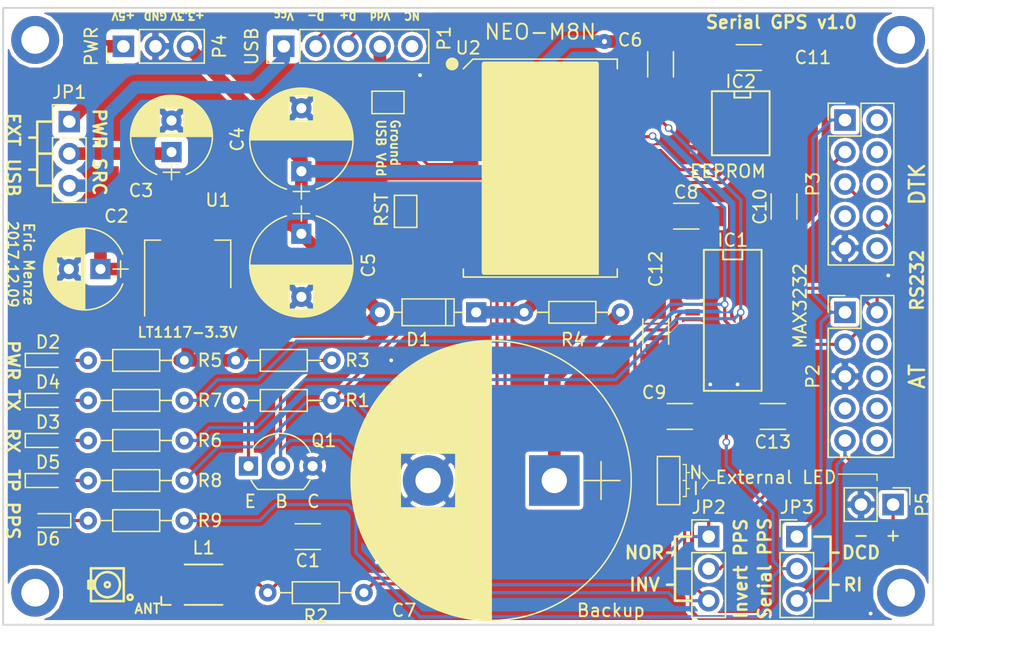
<source format=kicad_pcb>
(kicad_pcb (version 4) (host pcbnew 4.0.4-stable)
  (layers (0 F.Cu signal) (31 B.Cu signal) (34 B.Paste user hide) (35 F.Paste user hide) (36 B.SilkS user) (37 F.SilkS user) (38 B.Mask user) (39 F.Mask user) (44 Edge.Cuts user))
  (net 0 "")
  (net 1 GND)
  (net 2 "Net-(C1-Pad2)")
  (net 3 "Net-(C2-Pad1)")
  (net 4 PWR)
  (net 5 "Net-(C8-Pad1)")
  (net 6 "Net-(C8-Pad2)")
  (net 7 "Net-(C9-Pad1)")
  (net 8 "Net-(C9-Pad2)")
  (net 9 "Net-(C12-Pad1)")
  (net 10 "Net-(C13-Pad2)")
  (net 11 "Net-(D2-Pad2)")
  (net 12 "Net-(D3-Pad2)")
  (net 13 "Net-(D4-Pad2)")
  (net 14 "Net-(D5-Pad2)")
  (net 15 GPS_RxD)
  (net 16 GPS_TxD)
  (net 17 "Net-(IC1-Pad10)")
  (net 18 "Net-(IC1-Pad9)")
  (net 19 "Net-(IC1-Pad8)")
  (net 20 PPS)
  (net 21 SCL)
  (net 22 SDA)
  (net 23 ANT)
  (net 24 +5V)
  (net 25 USB_VCC)
  (net 26 TIMEPULSE)
  (net 27 INVERTED)
  (net 28 USB_D-)
  (net 29 USB_D+)
  (net 30 "Net-(P1-Pad5)")
  (net 31 "Net-(P2-Pad4)")
  (net 32 "Net-(P2-Pad6)")
  (net 33 "Net-(P2-Pad7)")
  (net 34 "Net-(P2-Pad8)")
  (net 35 "Net-(P2-Pad10)")
  (net 36 "Net-(P3-Pad2)")
  (net 37 "Net-(P3-Pad4)")
  (net 38 "Net-(P3-Pad6)")
  (net 39 "Net-(P3-Pad7)")
  (net 40 "Net-(P3-Pad10)")
  (net 41 "Net-(Q1-Pad1)")
  (net 42 "Net-(U2-Pad1)")
  (net 43 "Net-(U2-Pad2)")
  (net 44 "Net-(U2-Pad4)")
  (net 45 "Net-(U2-Pad14)")
  (net 46 "Net-(U2-Pad15)")
  (net 47 "Net-(U2-Pad16)")
  (net 48 "Net-(U2-Pad17)")
  (net 49 "Net-(JP5-Pad1)")
  (net 50 "Net-(JP5-Pad2)")
  (net 51 USB_VDD)
  (net 52 "Net-(D6-Pad1)")
  (net 53 BACKUP)
  (net 54 CHG)
  (net 55 RS232_TX)
  (net 56 RS232_DCD)
  (net 57 RS232_RI)
  (net 58 EXT_LED)
  (net 59 RS232_RX)
  (module Parts:VIA-0.6mm (layer F.Cu) (at 103.886 87.63)
    (fp_text reference "" hide)
    (fp_text value "" hide)
    (pad 1 thru_hole circle (at 0 0) (size 0.6 0.6) (drill 0.3) (layers *.Cu) (net 1 GND))
  )
  (module Parts:VIA-0.6mm (layer F.Cu) (at 101.727 87.63)
    (fp_text reference "" hide)
    (fp_text value "" hide)
    (pad 1 thru_hole circle (at 0 0) (size 0.6 0.6) (drill 0.3) (layers *.Cu) (net 1 GND))
  )
  (module Parts:VIA-0.6mm (layer F.Cu) (at 114.427 105.791)
    (fp_text reference "" hide)
    (fp_text value "" hide)
    (pad 1 thru_hole circle (at 0 0) (size 0.6 0.6) (drill 0.3) (layers *.Cu) (net 1 GND))
  )
  (module Parts:VIA-0.6mm (layer F.Cu) (at 115.824 78.994)
    (fp_text reference "" hide)
    (fp_text value "" hide)
    (pad 1 thru_hole circle (at 0 0) (size 0.6 0.6) (drill 0.3) (layers *.Cu) (net 1 GND))
  )
  (module Parts:VIA-0.6mm (layer F.Cu) (at 78.74 63.119)
    (fp_text reference "" hide)
    (fp_text value "" hide)
    (pad 1 thru_hole circle (at 0 0) (size 0.6 0.6) (drill 0.3) (layers *.Cu) (net 1 GND))
  )
  (module Parts:VIA-0.6mm (layer F.Cu) (at 75.311 101.727)
    (fp_text reference REF** hide)
    (fp_text value VIA-0.6mm hide)
    (pad 1 thru_hole circle (at 0 0) (size 0.6 0.6) (drill 0.3) (layers *.Cu) (net 1 GND))
  )
  (module SMD_Packages:SO-16-N (layer F.Cu) (at 103.505 82.55 270)
    (fp_text reference IC1 (at -6.35 0 360) (layer F.SilkS))
    (fp_text value MAX3232 (at -1.143 -5.334 270) (layer F.SilkS))
    (pad 16 smd rect (at -4.445 -3.175 270) (size 0.508 1.143) (layers F.Cu F.Paste F.Mask) (net 4 PWR))
    (pad 14 smd rect (at -1.905 -3.175 270) (size 0.508 1.143) (layers F.Cu F.Paste F.Mask) (net 55 RS232_TX))
    (pad 13 smd rect (at -0.635 -3.175 270) (size 0.508 1.143) (layers F.Cu F.Paste F.Mask) (net 59 RS232_RX))
    (pad 12 smd rect (at 0.635 -3.175 270) (size 0.508 1.143) (layers F.Cu F.Paste F.Mask) (net 15 GPS_RxD))
    (pad 11 smd rect (at 1.905 -3.175 270) (size 0.508 1.143) (layers F.Cu F.Paste F.Mask) (net 16 GPS_TxD))
    (pad 10 smd rect (at 3.175 -3.175 270) (size 0.508 1.143) (layers F.Cu F.Paste F.Mask) (net 17 "Net-(IC1-Pad10)"))
    (pad 9 smd rect (at 4.445 -3.175 270) (size 0.508 1.143) (layers F.Cu F.Paste F.Mask) (net 18 "Net-(IC1-Pad9)"))
    (pad 8 smd rect (at 4.445 3.175 270) (size 0.508 1.143) (layers F.Cu F.Paste F.Mask) (net 19 "Net-(IC1-Pad8)"))
    (pad 7 smd rect (at 3.175 3.175 270) (size 0.508 1.143) (layers F.Cu F.Paste F.Mask) (net 20 PPS))
    (pad 6 smd rect (at 1.905 3.175 270) (size 0.508 1.143) (layers F.Cu F.Paste F.Mask) (net 10 "Net-(C13-Pad2)"))
    (pad 5 smd rect (at 0.635 3.175 270) (size 0.508 1.143) (layers F.Cu F.Paste F.Mask) (net 8 "Net-(C9-Pad2)"))
    (pad 4 smd rect (at -0.635 3.175 270) (size 0.508 1.143) (layers F.Cu F.Paste F.Mask) (net 7 "Net-(C9-Pad1)"))
    (pad 3 smd rect (at -1.905 3.175 270) (size 0.508 1.143) (layers F.Cu F.Paste F.Mask) (net 6 "Net-(C8-Pad2)"))
    (pad 2 smd rect (at -3.175 3.175 270) (size 0.508 1.143) (layers F.Cu F.Paste F.Mask) (net 9 "Net-(C12-Pad1)"))
    (pad 1 smd rect (at -4.445 3.175 270) (size 0.508 1.143) (layers F.Cu F.Paste F.Mask) (net 5 "Net-(C8-Pad1)"))
    (pad 15 smd rect (at -3.175 -3.175 270) (size 0.508 1.143) (layers F.Cu F.Paste F.Mask) (net 1 GND))
  )
  (module Pin_Headers:Pin_Header_Straight_2x05_Pitch2.54mm (layer F.Cu) (at 112.395 66.675)
    (fp_text reference P3 (at -2.54 5.08 90) (layer F.SilkS))
    (fp_text value DTK (at 5.715 5.08 90) (layer F.SilkS) (effects (font (size 1.2 1.2) (thickness 0.2))))
    (pad 1 thru_hole rect (at 0 0) (size 1.7 1.7) (drill 1) (layers *.Cu *.Mask) (net 56 RS232_DCD))
    (pad 2 thru_hole oval (at 2.54 0) (size 1.7 1.7) (drill 1) (layers *.Cu *.Mask) (net 36 "Net-(P3-Pad2)"))
    (pad 3 thru_hole oval (at 0 2.54) (size 1.7 1.7) (drill 1) (layers *.Cu *.Mask) (net 55 RS232_TX))
    (pad 4 thru_hole oval (at 2.54 2.54) (size 1.7 1.7) (drill 1) (layers *.Cu *.Mask) (net 37 "Net-(P3-Pad4)"))
    (pad 5 thru_hole oval (at 0 5.08) (size 1.7 1.7) (drill 1) (layers *.Cu *.Mask) (net 59 RS232_RX))
    (pad 6 thru_hole oval (at 2.54 5.08) (size 1.7 1.7) (drill 1) (layers *.Cu *.Mask) (net 38 "Net-(P3-Pad6)"))
    (pad 7 thru_hole oval (at 0 7.62) (size 1.7 1.7) (drill 1) (layers *.Cu *.Mask) (net 39 "Net-(P3-Pad7)"))
    (pad 8 thru_hole oval (at 2.54 7.62) (size 1.7 1.7) (drill 1) (layers *.Cu *.Mask) (net 57 RS232_RI))
    (pad 9 thru_hole oval (at 0 10.16) (size 1.7 1.7) (drill 1) (layers *.Cu *.Mask) (net 1 GND))
    (pad 10 thru_hole oval (at 2.54 10.16) (size 1.7 1.7) (drill 1) (layers *.Cu *.Mask) (net 40 "Net-(P3-Pad10)"))
  )
  (module Mounting_Holes:MountingHole_2.2mm_M2_DIN965_Pad (layer F.Cu) (at 116.84 104.14)
    (fp_text reference "" (at 0 -2.9) (layer F.SilkS))
    (fp_text value "")
    (pad 1 thru_hole circle (at 0 0) (size 3.8 3.8) (drill 2.2) (layers *.Cu *.Mask))
  )
  (module Mounting_Holes:MountingHole_2.2mm_M2_DIN965_Pad (layer F.Cu) (at 116.84 60.325)
    (fp_text reference "" (at 0 -2.9) (layer F.SilkS))
    (fp_text value "")
    (pad 1 thru_hole circle (at 0 0) (size 3.8 3.8) (drill 2.2) (layers *.Cu *.Mask))
  )
  (module Mounting_Holes:MountingHole_2.2mm_M2_DIN965_Pad (layer F.Cu) (at 48.26 60.325)
    (fp_text reference "" (at 0 -2.9) (layer F.SilkS))
    (fp_text value "")
    (pad 1 thru_hole circle (at 0 0) (size 3.8 3.8) (drill 2.2) (layers *.Cu *.Mask))
  )
  (module Capacitors_ThroughHole:CP_Radial_D6.3mm_P2.50mm (layer F.Cu) (at 53.427 78.486 180)
    (fp_text reference C2 (at -1.27 4.191 180) (layer F.SilkS))
    (fp_text value 100µF)
    (pad 1 thru_hole rect (at 0 0 180) (size 1.6 1.6) (drill 0.8) (layers *.Cu *.Mask) (net 3 "Net-(C2-Pad1)"))
    (pad 2 thru_hole circle (at 2.5 0 180) (size 1.6 1.6) (drill 0.8) (layers *.Cu *.Mask) (net 1 GND))
  )
  (module Capacitors_ThroughHole:CP_Radial_D6.3mm_P2.50mm (layer F.Cu) (at 59.055 69.215 90)
    (fp_text reference C3 (at -3.048 -2.413 180) (layer F.SilkS))
    (fp_text value 100µF)
    (pad 1 thru_hole rect (at 0 0 90) (size 1.6 1.6) (drill 0.8) (layers *.Cu *.Mask) (net 3 "Net-(C2-Pad1)"))
    (pad 2 thru_hole circle (at 2.5 0 90) (size 1.6 1.6) (drill 0.8) (layers *.Cu *.Mask) (net 1 GND))
  )
  (module Capacitors_ThroughHole:CP_Radial_D22.0mm_P10.00mm_SnapIn (layer F.Cu) (at 89.375 95.25 180)
    (fp_text reference C7 (at 11.905 -10.287 180) (layer F.SilkS))
    (fp_text value Backup (at -4.478 -10.287 180) (layer F.SilkS))
    (pad 1 thru_hole rect (at 0 0 180) (size 4 4) (drill 2) (layers *.Cu *.Mask) (net 53 BACKUP))
    (pad 2 thru_hole circle (at 10 0 180) (size 4 4) (drill 2) (layers *.Cu *.Mask) (net 1 GND))
  )
  (module Diodes_ThroughHole:D_DO-35_SOD27_P7.62mm_Horizontal (layer F.Cu) (at 83.185 81.915 180)
    (fp_text reference D1 (at 4.572 -2.159 180) (layer F.SilkS))
    (fp_text value CHG)
    (pad 1 thru_hole rect (at 0 0 180) (size 1.6 1.6) (drill 0.8) (layers *.Cu *.Mask) (net 54 CHG))
    (pad 2 thru_hole oval (at 7.62 0 180) (size 1.6 1.6) (drill 0.8) (layers *.Cu *.Mask) (net 4 PWR))
  )
  (module SMD_Packages:SOIC-8-N (layer F.Cu) (at 104.14 66.929 270)
    (fp_text reference IC2 (at -3.302 0 360) (layer F.SilkS))
    (fp_text value EEPROM (at 3.81 1.016 360) (layer F.SilkS))
    (pad 8 smd rect (at -1.905 -3.175 270) (size 0.508 1.143) (layers F.Cu F.Paste F.Mask) (net 4 PWR))
    (pad 7 smd rect (at -0.635 -3.175 270) (size 0.508 1.143) (layers F.Cu F.Paste F.Mask) (net 1 GND))
    (pad 6 smd rect (at 0.635 -3.175 270) (size 0.508 1.143) (layers F.Cu F.Paste F.Mask) (net 21 SCL))
    (pad 5 smd rect (at 1.905 -3.175 270) (size 0.508 1.143) (layers F.Cu F.Paste F.Mask) (net 22 SDA))
    (pad 4 smd rect (at 1.905 3.175 270) (size 0.508 1.143) (layers F.Cu F.Paste F.Mask) (net 1 GND))
    (pad 3 smd rect (at 0.635 3.175 270) (size 0.508 1.143) (layers F.Cu F.Paste F.Mask) (net 1 GND))
    (pad 2 smd rect (at -0.635 3.175 270) (size 0.508 1.143) (layers F.Cu F.Paste F.Mask) (net 1 GND))
    (pad 1 smd rect (at -1.905 3.175 270) (size 0.508 1.143) (layers F.Cu F.Paste F.Mask) (net 1 GND))
  )
  (module Parts:U.FL-COAX (layer F.Cu) (at 53.975 103.505 180)
    (fp_text reference J1 hide)
    (fp_text value ANT (at -3.175 -1.905 180) (layer F.SilkS) (effects (font (size 0.762 0.762) (thickness 0.1524))))
    (pad 1 smd rect (at -1.5 0 180) (size 1 1) (layers F.Cu F.Paste F.Mask) (net 23 ANT))
    (pad 2 smd rect (at 0 -1.5 180) (size 2.2 1) (layers F.Cu F.Paste F.Mask) (net 1 GND))
    (pad 3 smd rect (at 0 1.5 180) (size 2.2 1) (layers F.Cu F.Paste F.Mask) (net 1 GND))
  )
  (module Pin_Headers:Pin_Header_Straight_1x03_Pitch2.54mm (layer F.Cu) (at 50.960814 66.797522)
    (fp_text reference JP1 (at 0 -2.33 180) (layer F.SilkS))
    (fp_text value "PWR SRC")
    (pad 1 thru_hole rect (at 0 0) (size 1.7 1.7) (drill 1) (layers *.Cu *.Mask) (net 24 +5V))
    (pad 2 thru_hole oval (at 0 2.54) (size 1.7 1.7) (drill 1) (layers *.Cu *.Mask) (net 3 "Net-(C2-Pad1)"))
    (pad 3 thru_hole oval (at 0 5.08) (size 1.7 1.7) (drill 1) (layers *.Cu *.Mask) (net 25 USB_VCC))
  )
  (module Pin_Headers:Pin_Header_Straight_1x03_Pitch2.54mm (layer F.Cu) (at 101.6 99.695)
    (fp_text reference JP2 (at 0 -2.33) (layer F.SilkS))
    (fp_text value INV_TP)
    (pad 1 thru_hole rect (at 0 0) (size 1.7 1.7) (drill 1) (layers *.Cu *.Mask) (net 26 TIMEPULSE))
    (pad 2 thru_hole oval (at 0 2.54) (size 1.7 1.7) (drill 1) (layers *.Cu *.Mask) (net 17 "Net-(IC1-Pad10)"))
    (pad 3 thru_hole oval (at 0 5.08) (size 1.7 1.7) (drill 1) (layers *.Cu *.Mask) (net 27 INVERTED))
  )
  (module Pin_Headers:Pin_Header_Straight_1x03_Pitch2.54mm (layer F.Cu) (at 108.585 99.695)
    (fp_text reference JP3 (at 0 -2.33) (layer F.SilkS))
    (fp_text value PPS)
    (pad 1 thru_hole rect (at 0 0) (size 1.7 1.7) (drill 1) (layers *.Cu *.Mask) (net 56 RS232_DCD))
    (pad 2 thru_hole oval (at 0 2.54) (size 1.7 1.7) (drill 1) (layers *.Cu *.Mask) (net 20 PPS))
    (pad 3 thru_hole oval (at 0 5.08) (size 1.7 1.7) (drill 1) (layers *.Cu *.Mask) (net 57 RS232_RI))
  )
  (module Inductors:Inductor_1212 (layer F.Cu) (at 61.595 103.505)
    (fp_text reference L1 (at 0 -2.921) (layer F.SilkS))
    (fp_text value 27nH)
    (pad 1 smd rect (at -1.75 0) (size 2.5 2.5) (layers F.Cu F.Paste F.Mask) (net 23 ANT))
    (pad 2 smd rect (at 1.75 0) (size 2.5 2.5) (layers F.Cu F.Paste F.Mask) (net 2 "Net-(C1-Pad2)"))
  )
  (module Pin_Headers:Pin_Header_Straight_1x05_Pitch2.54mm (layer F.Cu) (at 67.945 60.833 90)
    (fp_text reference P1 (at 0.635 12.7 90) (layer F.SilkS))
    (fp_text value USB (at 0 -2.54 90) (layer F.SilkS))
    (pad 1 thru_hole rect (at 0 0 90) (size 1.7 1.7) (drill 1) (layers *.Cu *.Mask) (net 25 USB_VCC))
    (pad 2 thru_hole oval (at 0 2.54 90) (size 1.7 1.7) (drill 1) (layers *.Cu *.Mask) (net 28 USB_D-))
    (pad 3 thru_hole oval (at 0 5.08 90) (size 1.7 1.7) (drill 1) (layers *.Cu *.Mask) (net 29 USB_D+))
    (pad 4 thru_hole oval (at 0 7.62 90) (size 1.7 1.7) (drill 1) (layers *.Cu *.Mask) (net 51 USB_VDD))
    (pad 5 thru_hole oval (at 0 10.16 90) (size 1.7 1.7) (drill 1) (layers *.Cu *.Mask) (net 30 "Net-(P1-Pad5)"))
  )
  (module Pin_Headers:Pin_Header_Straight_2x05_Pitch2.54mm (layer F.Cu) (at 112.395 81.915)
    (fp_text reference P2 (at -2.54 5.08 90) (layer F.SilkS))
    (fp_text value AT (at 5.715 5.08 90) (layer F.SilkS) (effects (font (size 1.2 1.2) (thickness 0.2))))
    (pad 1 thru_hole rect (at 0 0) (size 1.7 1.7) (drill 1) (layers *.Cu *.Mask) (net 56 RS232_DCD))
    (pad 2 thru_hole oval (at 2.54 0) (size 1.7 1.7) (drill 1) (layers *.Cu *.Mask) (net 55 RS232_TX))
    (pad 3 thru_hole oval (at 0 2.54) (size 1.7 1.7) (drill 1) (layers *.Cu *.Mask) (net 59 RS232_RX))
    (pad 4 thru_hole oval (at 2.54 2.54) (size 1.7 1.7) (drill 1) (layers *.Cu *.Mask) (net 31 "Net-(P2-Pad4)"))
    (pad 5 thru_hole oval (at 0 5.08) (size 1.7 1.7) (drill 1) (layers *.Cu *.Mask) (net 1 GND))
    (pad 6 thru_hole oval (at 2.54 5.08) (size 1.7 1.7) (drill 1) (layers *.Cu *.Mask) (net 32 "Net-(P2-Pad6)"))
    (pad 7 thru_hole oval (at 0 7.62) (size 1.7 1.7) (drill 1) (layers *.Cu *.Mask) (net 33 "Net-(P2-Pad7)"))
    (pad 8 thru_hole oval (at 2.54 7.62) (size 1.7 1.7) (drill 1) (layers *.Cu *.Mask) (net 34 "Net-(P2-Pad8)"))
    (pad 9 thru_hole oval (at 0 10.16) (size 1.7 1.7) (drill 1) (layers *.Cu *.Mask) (net 57 RS232_RI))
    (pad 10 thru_hole oval (at 2.54 10.16) (size 1.7 1.7) (drill 1) (layers *.Cu *.Mask) (net 35 "Net-(P2-Pad10)"))
  )
  (module TO_SOT_Packages_THT:TO-92_Inline_Wide (layer F.Cu) (at 65.151 94.107)
    (fp_text reference Q1 (at 5.969 -2.032 180) (layer F.SilkS))
    (fp_text value 2N2222)
    (pad 2 thru_hole circle (at 2.54 0 90) (size 1.52 1.52) (drill 0.8) (layers *.Cu *.Mask) (net 27 INVERTED))
    (pad 3 thru_hole circle (at 5.08 0 90) (size 1.52 1.52) (drill 0.8) (layers *.Cu *.Mask) (net 1 GND))
    (pad 1 thru_hole rect (at 0 0 90) (size 1.52 1.52) (drill 0.8) (layers *.Cu *.Mask) (net 41 "Net-(Q1-Pad1)"))
  )
  (module Resistors_ThroughHole:R_Axial_DIN0204_L3.6mm_D1.6mm_P7.62mm_Horizontal (layer F.Cu) (at 64.135 88.9)
    (fp_text reference R1 (at 9.652 0) (layer F.SilkS))
    (fp_text value 1kΩ)
    (pad 1 thru_hole circle (at 0 0) (size 1.4 1.4) (drill 0.7) (layers *.Cu *.Mask) (net 41 "Net-(Q1-Pad1)"))
    (pad 2 thru_hole oval (at 7.62 0) (size 1.4 1.4) (drill 0.7) (layers *.Cu *.Mask) (net 26 TIMEPULSE))
  )
  (module Resistors_ThroughHole:R_Axial_DIN0204_L3.6mm_D1.6mm_P7.62mm_Horizontal (layer F.Cu) (at 74.295 104.14 180)
    (fp_text reference R2 (at 3.81 -1.86 180) (layer F.SilkS))
    (fp_text value 10Ω)
    (pad 1 thru_hole circle (at 0 0 180) (size 1.4 1.4) (drill 0.7) (layers *.Cu *.Mask) (net 49 "Net-(JP5-Pad1)"))
    (pad 2 thru_hole oval (at 7.62 0 180) (size 1.4 1.4) (drill 0.7) (layers *.Cu *.Mask) (net 2 "Net-(C1-Pad2)"))
  )
  (module Resistors_ThroughHole:R_Axial_DIN0204_L3.6mm_D1.6mm_P7.62mm_Horizontal (layer F.Cu) (at 64.135 85.725)
    (fp_text reference R3 (at 9.652 0) (layer F.SilkS))
    (fp_text value 1kΩ)
    (pad 1 thru_hole circle (at 0 0) (size 1.4 1.4) (drill 0.7) (layers *.Cu *.Mask) (net 4 PWR))
    (pad 2 thru_hole oval (at 7.62 0) (size 1.4 1.4) (drill 0.7) (layers *.Cu *.Mask) (net 27 INVERTED))
  )
  (module Resistors_ThroughHole:R_Axial_DIN0204_L3.6mm_D1.6mm_P7.62mm_Horizontal (layer F.Cu) (at 94.615 81.915 180)
    (fp_text reference R4 (at 3.7465 -2.159 180) (layer F.SilkS))
    (fp_text value 1kΩ)
    (pad 1 thru_hole circle (at 0 0 180) (size 1.4 1.4) (drill 0.7) (layers *.Cu *.Mask) (net 53 BACKUP))
    (pad 2 thru_hole oval (at 7.62 0 180) (size 1.4 1.4) (drill 0.7) (layers *.Cu *.Mask) (net 54 CHG))
  )
  (module Resistors_ThroughHole:R_Axial_DIN0204_L3.6mm_D1.6mm_P7.62mm_Horizontal (layer F.Cu) (at 52.451 85.725)
    (fp_text reference R5 (at 9.652 0) (layer F.SilkS))
    (fp_text value 1kΩ)
    (pad 1 thru_hole circle (at 0 0) (size 1.4 1.4) (drill 0.7) (layers *.Cu *.Mask) (net 11 "Net-(D2-Pad2)"))
    (pad 2 thru_hole oval (at 7.62 0) (size 1.4 1.4) (drill 0.7) (layers *.Cu *.Mask) (net 4 PWR))
  )
  (module Resistors_ThroughHole:R_Axial_DIN0204_L3.6mm_D1.6mm_P7.62mm_Horizontal (layer F.Cu) (at 52.451 92.075)
    (fp_text reference R6 (at 9.652 0) (layer F.SilkS))
    (fp_text value 1kΩ)
    (pad 1 thru_hole circle (at 0 0) (size 1.4 1.4) (drill 0.7) (layers *.Cu *.Mask) (net 12 "Net-(D3-Pad2)"))
    (pad 2 thru_hole oval (at 7.62 0) (size 1.4 1.4) (drill 0.7) (layers *.Cu *.Mask) (net 15 GPS_RxD))
  )
  (module Resistors_ThroughHole:R_Axial_DIN0204_L3.6mm_D1.6mm_P7.62mm_Horizontal (layer F.Cu) (at 52.451 88.9)
    (fp_text reference R7 (at 9.652 0) (layer F.SilkS))
    (fp_text value 1kΩ)
    (pad 1 thru_hole circle (at 0 0) (size 1.4 1.4) (drill 0.7) (layers *.Cu *.Mask) (net 13 "Net-(D4-Pad2)"))
    (pad 2 thru_hole oval (at 7.62 0) (size 1.4 1.4) (drill 0.7) (layers *.Cu *.Mask) (net 16 GPS_TxD))
  )
  (module Resistors_ThroughHole:R_Axial_DIN0204_L3.6mm_D1.6mm_P7.62mm_Horizontal (layer F.Cu) (at 52.451 95.25)
    (fp_text reference R8 (at 9.652 0) (layer F.SilkS))
    (fp_text value 1kΩ)
    (pad 1 thru_hole circle (at 0 0) (size 1.4 1.4) (drill 0.7) (layers *.Cu *.Mask) (net 14 "Net-(D5-Pad2)"))
    (pad 2 thru_hole oval (at 7.62 0) (size 1.4 1.4) (drill 0.7) (layers *.Cu *.Mask) (net 26 TIMEPULSE))
  )
  (module Resistors_ThroughHole:R_Axial_DIN0204_L3.6mm_D1.6mm_P7.62mm_Horizontal (layer F.Cu) (at 52.451 98.425)
    (fp_text reference R9 (at 9.652 0) (layer F.SilkS))
    (fp_text value 1kΩ)
    (pad 1 thru_hole circle (at 0 0) (size 1.4 1.4) (drill 0.7) (layers *.Cu *.Mask) (net 52 "Net-(D6-Pad1)"))
    (pad 2 thru_hole oval (at 7.62 0) (size 1.4 1.4) (drill 0.7) (layers *.Cu *.Mask) (net 20 PPS))
  )
  (module TO_SOT_Packages_SMD:SOT-223-3_TabPin2 (layer F.Cu) (at 60.339 78.105 90)
    (fp_text reference U1 (at 5.08 2.399 360) (layer F.SilkS))
    (fp_text value LM1117-3.3)
    (pad 2 smd rect (at 3.15 0 90) (size 2 3.8) (layers F.Cu F.Paste F.Mask) (net 4 PWR))
    (pad 2 smd rect (at -3.15 0 90) (size 2 1.5) (layers F.Cu F.Paste F.Mask) (net 4 PWR))
    (pad 3 smd rect (at -3.15 2.3 90) (size 2 1.5) (layers F.Cu F.Paste F.Mask) (net 3 "Net-(C2-Pad1)"))
    (pad 1 smd rect (at -3.15 -2.3 90) (size 2 1.5) (layers F.Cu F.Paste F.Mask) (net 1 GND))
  )
  (module MOUDLE-GPS-NEO-6M_24P-16X12.2MM_:GPS24P-SMD-1.1-16X12.2MM (layer F.Cu) (at 88.265 70.485)
    (fp_text reference U2 (at -5.715 -9.525) (layer F.SilkS))
    (fp_text value NEO-M8N (at 0 -10.795) (layer F.SilkS) (effects (font (size 1.2 1.2))))
    (pad 1 smd rect (at -5.904 -6.888 180) (size 2 0.8) (layers F.Cu F.Paste F.Mask) (net 42 "Net-(U2-Pad1)"))
    (pad 2 smd rect (at -5.904 -5.788 180) (size 2 0.8) (layers F.Cu F.Paste F.Mask) (net 43 "Net-(U2-Pad2)"))
    (pad 3 smd rect (at -5.904 -4.688 180) (size 2 0.8) (layers F.Cu F.Paste F.Mask) (net 26 TIMEPULSE))
    (pad 4 smd rect (at -5.904 -3.588 180) (size 2 0.8) (layers F.Cu F.Paste F.Mask) (net 44 "Net-(U2-Pad4)"))
    (pad 5 smd rect (at -5.904 -2.488 180) (size 2 0.8) (layers F.Cu F.Paste F.Mask) (net 28 USB_D-))
    (pad 6 smd rect (at -5.904 -1.388 180) (size 2 0.8) (layers F.Cu F.Paste F.Mask) (net 29 USB_D+))
    (pad 7 smd rect (at -5.904 -0.288 180) (size 2 0.8) (layers F.Cu F.Paste F.Mask) (net 51 USB_VDD))
    (pad 8 smd rect (at -5.904 2.712 180) (size 2 0.8) (layers F.Cu F.Paste F.Mask) (net 50 "Net-(JP5-Pad2)"))
    (pad 9 smd rect (at -5.904 3.812 180) (size 2 0.8) (layers F.Cu F.Paste F.Mask) (net 49 "Net-(JP5-Pad1)"))
    (pad 10 smd rect (at -5.904 4.912 180) (size 2 0.8) (layers F.Cu F.Paste F.Mask) (net 1 GND))
    (pad 11 smd rect (at -5.904 6.012 180) (size 2 0.8) (layers F.Cu F.Paste F.Mask) (net 23 ANT))
    (pad 12 smd rect (at -5.904 7.112 180) (size 2 0.8) (layers F.Cu F.Paste F.Mask) (net 1 GND))
    (pad 13 smd rect (at 5.896 7.112 180) (size 2 0.8) (layers F.Cu F.Paste F.Mask) (net 1 GND))
    (pad 14 smd rect (at 5.896 6.012 180) (size 2 0.8) (layers F.Cu F.Paste F.Mask) (net 45 "Net-(U2-Pad14)"))
    (pad 15 smd rect (at 5.896 4.912 180) (size 2 0.8) (layers F.Cu F.Paste F.Mask) (net 46 "Net-(U2-Pad15)"))
    (pad 16 smd rect (at 5.896 3.812 180) (size 2 0.8) (layers F.Cu F.Paste F.Mask) (net 47 "Net-(U2-Pad16)"))
    (pad 17 smd rect (at 5.896 2.712 180) (size 2 0.8) (layers F.Cu F.Paste F.Mask) (net 48 "Net-(U2-Pad17)"))
    (pad 18 smd rect (at 5.896 -0.288 180) (size 2 0.8) (layers F.Cu F.Paste F.Mask) (net 22 SDA))
    (pad 19 smd rect (at 5.896 -1.388 180) (size 2 0.8) (layers F.Cu F.Paste F.Mask) (net 21 SCL))
    (pad 20 smd rect (at 5.896 -2.488 180) (size 2 0.8) (layers F.Cu F.Paste F.Mask) (net 16 GPS_TxD))
    (pad 21 smd rect (at 5.896 -3.588 180) (size 2 0.8) (layers F.Cu F.Paste F.Mask) (net 15 GPS_RxD))
    (pad 22 smd rect (at 5.896 -4.688 180) (size 2 0.8) (layers F.Cu F.Paste F.Mask) (net 54 CHG))
    (pad 23 smd rect (at 5.896 -5.788 180) (size 2 0.8) (layers F.Cu F.Paste F.Mask) (net 4 PWR))
    (pad 24 smd rect (at 5.896 -6.888 180) (size 2 0.8) (layers F.Cu F.Paste F.Mask) (net 1 GND))
  )
  (module Pin_Headers:Pin_Header_Straight_1x03_Pitch2.54mm (layer F.Cu) (at 55.245 60.833 90)
    (fp_text reference P4 (at 0 7.62 90) (layer F.SilkS))
    (fp_text value PWR (at 0 -2.54 90) (layer F.SilkS))
    (pad 1 thru_hole rect (at 0 0 90) (size 1.7 1.7) (drill 1) (layers *.Cu *.Mask) (net 24 +5V))
    (pad 2 thru_hole oval (at 0 2.54 90) (size 1.7 1.7) (drill 1) (layers *.Cu *.Mask) (net 1 GND))
    (pad 3 thru_hole oval (at 0 5.08 90) (size 1.7 1.7) (drill 1) (layers *.Cu *.Mask) (net 4 PWR))
  )
  (module Mounting_Holes:MountingHole_2.2mm_M2_DIN965_Pad (layer F.Cu) (at 48.26 104.14)
    (fp_text reference "" (at 0 -2.9) (layer F.SilkS))
    (fp_text value "")
    (pad 1 thru_hole circle (at 0 0) (size 3.8 3.8) (drill 2.2) (layers *.Cu *.Mask))
  )
  (module Pin_Headers:Pin_Header_Straight_1x02_Pitch2.54mm (layer F.Cu) (at 116.205 97.155 270)
    (fp_text reference P5 (at 0 -2.33 270) (layer F.SilkS))
    (fp_text value TP)
    (pad 1 thru_hole rect (at 0 0 270) (size 1.7 1.7) (drill 1) (layers *.Cu *.Mask) (net 58 EXT_LED))
    (pad 2 thru_hole oval (at 0 2.54 270) (size 1.7 1.7) (drill 1) (layers *.Cu *.Mask) (net 1 GND))
  )
  (module Connect:GS3 (layer F.Cu) (at 98.425 95.25)
    (fp_text reference JP4)
    (fp_text value EXT_LED)
    (pad 1 smd rect (at 0 -1.27) (size 1.27 0.97) (layers F.Cu F.Paste F.Mask) (net 26 TIMEPULSE))
    (pad 2 smd rect (at 0 0) (size 1.27 0.97) (layers F.Cu F.Paste F.Mask) (net 58 EXT_LED))
    (pad 3 smd rect (at 0 1.27) (size 1.27 0.97) (layers F.Cu F.Paste F.Mask) (net 27 INVERTED))
  )
  (module Connect:GS2 (layer F.Cu) (at 77.597 73.914 180)
    (fp_text reference JP5)
    (fp_text value RST (at 1.905 0.127 270) (layer F.SilkS))
    (pad 1 smd rect (at 0 -0.64 180) (size 1.27 0.97) (layers F.Cu F.Paste F.Mask) (net 49 "Net-(JP5-Pad1)"))
    (pad 2 smd rect (at 0 0.64 180) (size 1.27 0.97) (layers F.Cu F.Paste F.Mask) (net 50 "Net-(JP5-Pad2)"))
  )
  (module Connect:GS2 (layer F.Cu) (at 76.2 65.278 90)
    (fp_text reference JP6 hide)
    (fp_text value "USB GND")
    (pad 1 smd rect (at 0 -0.64 90) (size 1.27 0.97) (layers F.Cu F.Paste F.Mask) (net 51 USB_VDD))
    (pad 2 smd rect (at 0 0.64 90) (size 1.27 0.97) (layers F.Cu F.Paste F.Mask) (net 1 GND))
  )
  (module Parts:VIA-0.6mm (layer F.Cu) (at 76.454 85.725)
    (fp_text reference "" hide)
    (fp_text value "" hide)
    (pad 1 thru_hole circle (at 0 0) (size 0.6 0.6) (drill 0.3) (layers *.Cu) (net 1 GND))
  )
  (module Capacitors_SMD:C_1206_HandSoldering (layer F.Cu) (at 69.85 99.695 180)
    (fp_text reference C1 (at 0 -1.905 180) (layer F.SilkS))
    (fp_text value 10nF)
    (pad 1 smd rect (at -2 0 180) (size 2 1.6) (layers F.Cu F.Paste F.Mask) (net 1 GND))
    (pad 2 smd rect (at 2 0 180) (size 2 1.6) (layers F.Cu F.Paste F.Mask) (net 2 "Net-(C1-Pad2)"))
  )
  (module Capacitors_ThroughHole:CP_Radial_D8.0mm_P5.00mm (layer F.Cu) (at 69.342 70.739 90)
    (fp_text reference C4 (at 2.54 -5.08 90) (layer F.SilkS))
    (fp_text value 1mF)
    (pad 1 thru_hole rect (at 0 0 90) (size 1.6 1.6) (drill 0.8) (layers *.Cu *.Mask) (net 4 PWR))
    (pad 2 thru_hole circle (at 5 0 90) (size 1.6 1.6) (drill 0.8) (layers *.Cu *.Mask) (net 1 GND))
  )
  (module Capacitors_ThroughHole:CP_Radial_D8.0mm_P5.00mm (layer F.Cu) (at 69.342 75.692 270)
    (fp_text reference C5 (at 2.5 -5.31 270) (layer F.SilkS))
    (fp_text value 1mF)
    (pad 1 thru_hole rect (at 0 0 270) (size 1.6 1.6) (drill 0.8) (layers *.Cu *.Mask) (net 4 PWR))
    (pad 2 thru_hole circle (at 5 0 270) (size 1.6 1.6) (drill 0.8) (layers *.Cu *.Mask) (net 1 GND))
  )
  (module Capacitors_SMD:C_1206_HandSoldering (layer F.Cu) (at 97.79 62.262 90)
    (fp_text reference C6 (at 1.937 -2.413 180) (layer F.SilkS))
    (fp_text value 0.1µF)
    (pad 1 smd rect (at -2 0 90) (size 2 1.6) (layers F.Cu F.Paste F.Mask) (net 4 PWR))
    (pad 2 smd rect (at 2 0 90) (size 2 1.6) (layers F.Cu F.Paste F.Mask) (net 1 GND))
  )
  (module Capacitors_SMD:C_1206_HandSoldering (layer F.Cu) (at 99.822 74.295)
    (fp_text reference C8 (at 0 -1.905) (layer F.SilkS))
    (fp_text value 0.1µF)
    (pad 1 smd rect (at -2 0) (size 2 1.6) (layers F.Cu F.Paste F.Mask) (net 5 "Net-(C8-Pad1)"))
    (pad 2 smd rect (at 2 0) (size 2 1.6) (layers F.Cu F.Paste F.Mask) (net 6 "Net-(C8-Pad2)"))
  )
  (module Capacitors_SMD:C_1206_HandSoldering (layer F.Cu) (at 99.314 90.17)
    (fp_text reference C9 (at -2.032 -1.905) (layer F.SilkS))
    (fp_text value 0.1µF)
    (pad 1 smd rect (at -2 0) (size 2 1.6) (layers F.Cu F.Paste F.Mask) (net 7 "Net-(C9-Pad1)"))
    (pad 2 smd rect (at 2 0) (size 2 1.6) (layers F.Cu F.Paste F.Mask) (net 8 "Net-(C9-Pad2)"))
  )
  (module Capacitors_SMD:C_1206_HandSoldering (layer F.Cu) (at 107.569 73.533 90)
    (fp_text reference C10 (at 0 -1.905 90) (layer F.SilkS))
    (fp_text value 0.1µF)
    (pad 1 smd rect (at -2 0 90) (size 2 1.6) (layers F.Cu F.Paste F.Mask) (net 4 PWR))
    (pad 2 smd rect (at 2 0 90) (size 2 1.6) (layers F.Cu F.Paste F.Mask) (net 1 GND))
  )
  (module Capacitors_SMD:C_1206_HandSoldering (layer F.Cu) (at 104.775 61.722 180)
    (fp_text reference C11 (at -5.08 0 180) (layer F.SilkS))
    (fp_text value 0.1µF)
    (pad 1 smd rect (at -2 0 180) (size 2 1.6) (layers F.Cu F.Paste F.Mask) (net 4 PWR))
    (pad 2 smd rect (at 2 0 180) (size 2 1.6) (layers F.Cu F.Paste F.Mask) (net 1 GND))
  )
  (module Capacitors_SMD:C_1206_HandSoldering (layer F.Cu) (at 97.409 83.439 270)
    (fp_text reference C12 (at -4.953 0 270) (layer F.SilkS))
    (fp_text value 0.1µF)
    (pad 1 smd rect (at -2 0 270) (size 2 1.6) (layers F.Cu F.Paste F.Mask) (net 9 "Net-(C12-Pad1)"))
    (pad 2 smd rect (at 2 0 270) (size 2 1.6) (layers F.Cu F.Paste F.Mask) (net 1 GND))
  )
  (module Capacitors_SMD:C_1206_HandSoldering (layer F.Cu) (at 106.68 90.17 180)
    (fp_text reference C13 (at 0 -2.032 180) (layer F.SilkS))
    (fp_text value 0.1µF)
    (pad 1 smd rect (at -2 0 180) (size 2 1.6) (layers F.Cu F.Paste F.Mask) (net 1 GND))
    (pad 2 smd rect (at 2 0 180) (size 2 1.6) (layers F.Cu F.Paste F.Mask) (net 10 "Net-(C13-Pad2)"))
  )
  (module LEDs:LED_0603_HandSoldering (layer F.Cu) (at 49.276 85.725)
    (fp_text reference D2 (at 0 -1.45) (layer F.SilkS))
    (fp_text value PWR)
    (pad 1 smd rect (at -1.1 0) (size 1.2 0.9) (layers F.Cu F.Paste F.Mask) (net 1 GND))
    (pad 2 smd rect (at 1.1 0) (size 1.2 0.9) (layers F.Cu F.Paste F.Mask) (net 11 "Net-(D2-Pad2)"))
  )
  (module LEDs:LED_0603_HandSoldering (layer F.Cu) (at 49.276 92.075)
    (fp_text reference D3 (at 0 -1.45) (layer F.SilkS))
    (fp_text value RX)
    (pad 1 smd rect (at -1.1 0) (size 1.2 0.9) (layers F.Cu F.Paste F.Mask) (net 1 GND))
    (pad 2 smd rect (at 1.1 0) (size 1.2 0.9) (layers F.Cu F.Paste F.Mask) (net 12 "Net-(D3-Pad2)"))
  )
  (module LEDs:LED_0603_HandSoldering (layer F.Cu) (at 49.276 88.9)
    (fp_text reference D4 (at 0 -1.45) (layer F.SilkS))
    (fp_text value TX)
    (pad 1 smd rect (at -1.1 0) (size 1.2 0.9) (layers F.Cu F.Paste F.Mask) (net 1 GND))
    (pad 2 smd rect (at 1.1 0) (size 1.2 0.9) (layers F.Cu F.Paste F.Mask) (net 13 "Net-(D4-Pad2)"))
  )
  (module LEDs:LED_0603_HandSoldering (layer F.Cu) (at 49.276 95.25)
    (fp_text reference D5 (at 0 -1.45) (layer F.SilkS))
    (fp_text value TP)
    (pad 1 smd rect (at -1.1 0) (size 1.2 0.9) (layers F.Cu F.Paste F.Mask) (net 1 GND))
    (pad 2 smd rect (at 1.1 0) (size 1.2 0.9) (layers F.Cu F.Paste F.Mask) (net 14 "Net-(D5-Pad2)"))
  )
  (module LEDs:LED_0603_HandSoldering (layer F.Cu) (at 49.276 98.425 180)
    (fp_text reference D6 (at 0 -1.45 180) (layer F.SilkS))
    (fp_text value PPS)
    (pad 1 smd rect (at -1.1 0 180) (size 1.2 0.9) (layers F.Cu F.Paste F.Mask) (net 52 "Net-(D6-Pad1)"))
    (pad 2 smd rect (at 1.1 0 180) (size 1.2 0.9) (layers F.Cu F.Paste F.Mask) (net 1 GND))
  )
  (gr_text LT1117-3.3V (at 60.325 83.5025) (layer F.SilkS) (effects (font (size 0.8 0.8))))
  (gr_text v1.0 (at 111.76 58.928) (layer F.SilkS) (effects (font (size 1 1) (thickness 0.2))))
  (gr_text "Ground\nUSB Vdd" (at 76.2 66.548 270) (layer F.SilkS) (effects (font (size 0.7 0.7)) (justify left)))
  (gr_text "E  B  C" (at 67.818 96.901) (layer F.SilkS) (effects (font (size 1 1))))
  (gr_line (start 114.935 94.742) (end 114.935 95.25) (layer F.SilkS) (width 0.1))
  (gr_line (start 111.887 94.742) (end 114.935 94.742) (layer F.SilkS) (width 0.1))
  (gr_line (start 101.6 95.25) (end 102.108 95.25) (layer F.SilkS) (width 0.1))
  (gr_text - (at 113.665 99.568) (layer F.SilkS) (effects (font (size 1 1))))
  (gr_text + (at 116.205 99.568) (layer F.SilkS) (effects (font (size 1 1))))
  (gr_line (start 111.252 102.235) (end 109.982 102.235) (layer F.SilkS) (width 0.2))
  (gr_line (start 101.6 95.25) (end 101.092 95.885) (layer F.SilkS) (width 0.1))
  (gr_line (start 101.092 94.615) (end 101.6 95.25) (layer F.SilkS) (width 0.1))
  (gr_line (start 100.076 95.885) (end 99.822 95.885) (layer F.SilkS) (width 0.1))
  (gr_line (start 99.822 94.615) (end 100.076 94.615) (layer F.SilkS) (width 0.1))
  (gr_line (start 99.568 95.25) (end 99.822 95.25) (layer F.SilkS) (width 0.1))
  (gr_line (start 99.822 96.52) (end 99.568 96.52) (layer F.SilkS) (width 0.1))
  (gr_line (start 99.822 93.98) (end 99.822 96.52) (layer F.SilkS) (width 0.1))
  (gr_line (start 99.568 93.98) (end 99.822 93.98) (layer F.SilkS) (width 0.1))
  (gr_text I (at 100.584 95.885) (layer F.SilkS) (effects (font (size 1 1))))
  (gr_text N (at 100.584 94.615) (layer F.SilkS) (effects (font (size 1 1))))
  (gr_text "External LED" (at 106.934 94.996) (layer F.SilkS) (effects (font (size 1 1))))
  (gr_text 2017.12.09 (at 46.482 78.105 270) (layer F.SilkS) (effects (font (size 0.8 0.8))))
  (gr_text "Eric Menze" (at 47.752 78.105 270) (layer F.SilkS) (effects (font (size 0.8 0.8))))
  (gr_text "Serial GPS" (at 105.41 58.928) (layer F.SilkS) (effects (font (size 1 1) (thickness 0.2))))
  (gr_text RS232 (at 118.11 79.375 90) (layer F.SilkS) (effects (font (size 1 1) (thickness 0.2))))
  (gr_text PWR (at 46.482 85.725 270) (layer F.SilkS) (effects (font (size 1 1) (thickness 0.2))))
  (gr_text TP (at 46.482 95.25 270) (layer F.SilkS) (effects (font (size 1 1) (thickness 0.2))))
  (gr_text RX (at 46.482 92.075 270) (layer F.SilkS) (effects (font (size 1 1) (thickness 0.2))))
  (gr_text TX (at 46.482 88.9 270) (layer F.SilkS) (effects (font (size 1 1) (thickness 0.2))))
  (gr_text PPS (at 46.482 98.425 270) (layer F.SilkS) (effects (font (size 1 1) (thickness 0.2))))
  (gr_text "PWR SRC" (at 53.34 69.215 270) (layer F.SilkS) (effects (font (size 1 1) (thickness 0.2))))
  (gr_text EXT (at 46.515814 67.432522 270) (layer F.SilkS) (effects (font (size 1 1) (thickness 0.2))))
  (gr_text USB (at 46.515814 71.242522 270) (layer F.SilkS) (effects (font (size 1 1) (thickness 0.2))))
  (gr_line (start 48.420814 68.067522) (end 47.785814 68.067522) (layer F.SilkS) (width 0.2))
  (gr_line (start 48.420814 70.607522) (end 47.785814 70.607522) (layer F.SilkS) (width 0.2))
  (gr_line (start 48.420814 71.877522) (end 49.690814 71.877522) (layer F.SilkS) (width 0.2))
  (gr_line (start 48.420814 69.337522) (end 48.420814 71.877522) (layer F.SilkS) (width 0.2))
  (gr_line (start 48.420814 69.337522) (end 49.690814 69.337522) (layer F.SilkS) (width 0.2))
  (gr_line (start 48.420814 66.797522) (end 48.420814 69.337522) (layer F.SilkS) (width 0.2))
  (gr_line (start 49.690814 66.797522) (end 48.420814 66.797522) (layer F.SilkS) (width 0.2))
  (gr_text NC (at 78.105 58.42 180) (layer F.SilkS) (effects (font (size 0.6 0.6))))
  (gr_text Vdd (at 75.565 58.42 180) (layer F.SilkS) (effects (font (size 0.6 0.6))))
  (gr_text D+ (at 73.025 58.42 180) (layer F.SilkS) (effects (font (size 0.6 0.6))))
  (gr_text D- (at 70.485 58.42 180) (layer F.SilkS) (effects (font (size 0.6 0.6))))
  (gr_text "Vcc\n" (at 67.945 58.42 180) (layer F.SilkS) (effects (font (size 0.6 0.6))))
  (gr_text GND (at 57.785 58.42 180) (layer F.SilkS) (effects (font (size 0.6 0.6))))
  (gr_text +3.3V (at 60.325 58.42 180) (layer F.SilkS) (effects (font (size 0.6 0.6))))
  (gr_text +5V (at 55.245 58.42 180) (layer F.SilkS) (effects (font (size 0.6 0.6))))
  (gr_text NOR (at 96.52 100.965) (layer F.SilkS) (effects (font (size 1 1) (thickness 0.2))))
  (gr_text INV (at 96.52 103.505) (layer F.SilkS) (effects (font (size 1 1) (thickness 0.2))))
  (gr_line (start 98.933 103.505) (end 98.298 103.505) (layer F.SilkS) (width 0.2))
  (gr_line (start 98.933 100.965) (end 98.298 100.965) (layer F.SilkS) (width 0.2))
  (gr_line (start 98.933 99.695) (end 100.203 99.695) (layer F.SilkS) (width 0.2))
  (gr_line (start 98.933 102.235) (end 98.933 99.695) (layer F.SilkS) (width 0.2))
  (gr_line (start 100.203 102.235) (end 98.933 102.235) (layer F.SilkS) (width 0.2))
  (gr_line (start 98.933 104.775) (end 98.933 102.235) (layer F.SilkS) (width 0.2))
  (gr_line (start 100.203 104.775) (end 98.933 104.775) (layer F.SilkS) (width 0.2))
  (gr_text "Invert PPS" (at 104.14 102.235 90) (layer F.SilkS) (effects (font (size 1 1) (thickness 0.2))))
  (gr_line (start 111.252 103.505) (end 111.887 103.505) (layer F.SilkS) (width 0.2))
  (gr_line (start 111.252 100.965) (end 111.887 100.965) (layer F.SilkS) (width 0.2))
  (gr_line (start 111.252 104.775) (end 109.982 104.775) (layer F.SilkS) (width 0.2))
  (gr_line (start 111.252 102.235) (end 111.252 104.775) (layer F.SilkS) (width 0.2))
  (gr_line (start 111.252 99.695) (end 111.252 102.235) (layer F.SilkS) (width 0.2))
  (gr_line (start 109.982 99.695) (end 111.252 99.695) (layer F.SilkS) (width 0.2))
  (gr_text "Serial PPS" (at 106.045 102.235 90) (layer F.SilkS) (effects (font (size 1 1) (thickness 0.2))))
  (gr_text RI (at 113.03 103.505) (layer F.SilkS) (effects (font (size 1 1) (thickness 0.2))))
  (gr_text DCD (at 113.665 100.965) (layer F.SilkS) (effects (font (size 1 1) (thickness 0.2))))
  (gr_line (start 45.72 106.68) (end 45.72 57.785) (angle 90) (layer Edge.Cuts) (width 0.15))
  (gr_line (start 119.38 106.68) (end 45.72 106.68) (angle 90) (layer Edge.Cuts) (width 0.15))
  (gr_line (start 119.38 57.785) (end 119.38 106.68) (angle 90) (layer Edge.Cuts) (width 0.15))
  (gr_line (start 45.72 57.785) (end 119.38 57.785) (angle 90) (layer Edge.Cuts) (width 0.15))
  (segment (start 68.35 99.695) (end 68.35 102.465) (width 0.25) (layer F.Cu) (net 2))
  (segment (start 68.35 102.465) (end 66.675 104.14) (width 0.25) (layer F.Cu) (net 2))
  (segment (start 63.345 103.505) (end 66.04 103.505) (width 0.25) (layer F.Cu) (net 2))
  (segment (start 66.04 103.505) (end 66.675 104.14) (width 0.25) (layer F.Cu) (net 2))
  (segment (start 50.960814 69.337522) (end 55.88 69.337522) (width 1) (layer F.Cu) (net 3))
  (segment (start 55.88 69.337522) (end 58.932478 69.337522) (width 1) (layer F.Cu) (net 3))
  (segment (start 53.427 78.486) (end 53.427 76.686) (width 1) (layer F.Cu) (net 3))
  (segment (start 53.427 76.686) (end 55.88 74.233) (width 1) (layer F.Cu) (net 3))
  (segment (start 55.88 74.233) (end 55.88 69.337522) (width 1) (layer F.Cu) (net 3))
  (segment (start 53.427 78.486) (end 61.341 78.486) (width 1) (layer F.Cu) (net 3))
  (segment (start 61.341 78.486) (end 62.639 79.784) (width 1) (layer F.Cu) (net 3))
  (segment (start 62.639 79.784) (end 62.639 81.255) (width 1) (layer F.Cu) (net 3))
  (segment (start 58.932478 69.337522) (end 59.055 69.215) (width 1) (layer F.Cu) (net 3))
  (segment (start 97.028 62.611) (end 97.79 63.373) (width 1) (layer F.Cu) (net 4))
  (segment (start 97.79 63.373) (end 97.79 64.262) (width 1) (layer F.Cu) (net 4))
  (segment (start 96.538998 62.611) (end 97.028 62.611) (width 1) (layer F.Cu) (net 4))
  (segment (start 93.345 60.452) (end 94.379998 60.452) (width 1) (layer F.Cu) (net 4))
  (segment (start 94.379998 60.452) (end 96.538998 62.611) (width 1) (layer F.Cu) (net 4))
  (segment (start 90.424 60.452) (end 93.345 60.452) (width 1) (layer B.Cu) (net 4))
  (via (at 93.345 60.452) (size 1.2) (drill 0.4) (layers F.Cu B.Cu) (net 4))
  (segment (start 87.376 63.5) (end 90.424 60.452) (width 1) (layer B.Cu) (net 4))
  (segment (start 87.376 63.627) (end 87.376 63.5) (width 1) (layer B.Cu) (net 4))
  (segment (start 87.376 68.453) (end 87.376 63.627) (width 1) (layer B.Cu) (net 4))
  (segment (start 85.09 70.739) (end 87.376 68.453) (width 1) (layer B.Cu) (net 4))
  (segment (start 69.342 70.739) (end 85.09 70.739) (width 1) (layer B.Cu) (net 4))
  (segment (start 107.569 75.533) (end 108.109 75.533) (width 1) (layer F.Cu) (net 4))
  (segment (start 108.585 63.5) (end 107.188 63.5) (width 1) (layer F.Cu) (net 4))
  (segment (start 108.109 75.533) (end 109.74599 73.89601) (width 1) (layer F.Cu) (net 4))
  (segment (start 109.74599 73.89601) (end 109.74599 64.66099) (width 1) (layer F.Cu) (net 4))
  (segment (start 109.74599 64.66099) (end 108.585 63.5) (width 1) (layer F.Cu) (net 4))
  (segment (start 107.569 77.216) (end 107.569 75.533) (width 1) (layer F.Cu) (net 4))
  (segment (start 106.68 78.105) (end 107.569 77.216) (width 1) (layer F.Cu) (net 4))
  (segment (start 60.325 60.833) (end 69.342 69.85) (width 1) (layer F.Cu) (net 4))
  (segment (start 69.342 69.85) (end 69.342 70.739) (width 1) (layer F.Cu) (net 4))
  (segment (start 107.315 65.024) (end 107.315 63.627) (width 0.69) (layer F.Cu) (net 4))
  (segment (start 107.315 63.627) (end 107.188 63.5) (width 0.69) (layer F.Cu) (net 4))
  (segment (start 106.775 60.674) (end 105.664 59.563) (width 1) (layer F.Cu) (net 4))
  (segment (start 105.664 59.563) (end 100.838 59.563) (width 1) (layer F.Cu) (net 4))
  (segment (start 106.775 61.722) (end 106.775 60.674) (width 1) (layer F.Cu) (net 4))
  (segment (start 100.076 60.325) (end 100.838 59.563) (width 1) (layer F.Cu) (net 4))
  (segment (start 100.076 63.119) (end 100.076 60.325) (width 1) (layer F.Cu) (net 4))
  (segment (start 98.933 64.262) (end 100.076 63.119) (width 1) (layer F.Cu) (net 4))
  (segment (start 97.79 64.262) (end 98.933 64.262) (width 1) (layer F.Cu) (net 4))
  (segment (start 106.775 63.087) (end 106.775 61.722) (width 1) (layer F.Cu) (net 4))
  (segment (start 107.188 63.5) (end 106.775 63.087) (width 1) (layer F.Cu) (net 4))
  (segment (start 96.107001 64.697) (end 97.355 64.697) (width 1) (layer F.Cu) (net 4))
  (segment (start 97.355 64.697) (end 97.79 64.262) (width 1) (layer F.Cu) (net 4))
  (segment (start 66.421 83.439) (end 74.041 83.439) (width 1) (layer F.Cu) (net 4))
  (segment (start 74.041 83.439) (end 75.565 81.915) (width 1) (layer F.Cu) (net 4))
  (segment (start 64.135 85.725) (end 66.421 83.439) (width 1) (layer F.Cu) (net 4))
  (segment (start 69.342 75.692) (end 75.565 81.915) (width 1) (layer F.Cu) (net 4))
  (segment (start 60.339 81.255) (end 60.339 85.457) (width 1) (layer F.Cu) (net 4))
  (segment (start 60.339 85.457) (end 60.071 85.725) (width 1) (layer F.Cu) (net 4))
  (segment (start 69.342 70.612) (end 69.342 70.739) (width 1) (layer B.Cu) (net 4))
  (segment (start 69.342 70.739) (end 69.342 75.692) (width 1) (layer F.Cu) (net 4))
  (segment (start 60.339 74.955) (end 68.605 74.955) (width 1) (layer F.Cu) (net 4))
  (segment (start 68.605 74.955) (end 69.342 75.692) (width 1) (layer F.Cu) (net 4))
  (segment (start 59.69 85.725) (end 63.881 85.725) (width 1) (layer F.Cu) (net 4))
  (segment (start 94.161 64.697) (end 96.107001 64.697) (width 0.69) (layer F.Cu) (net 4))
  (segment (start 97.822 74.295) (end 97.822 75.9145) (width 0.25) (layer F.Cu) (net 5))
  (segment (start 97.822 75.9145) (end 100.0125 78.105) (width 0.25) (layer F.Cu) (net 5))
  (segment (start 100.0125 78.105) (end 100.33 78.105) (width 0.25) (layer F.Cu) (net 5))
  (segment (start 100.33 80.645) (end 100.6475 80.645) (width 0.25) (layer F.Cu) (net 6))
  (segment (start 100.6475 80.645) (end 101.822 79.4705) (width 0.25) (layer F.Cu) (net 6))
  (segment (start 101.822 79.4705) (end 101.822 74.295) (width 0.25) (layer F.Cu) (net 6))
  (segment (start 97.314 90.17) (end 97.314 89.12) (width 0.25) (layer F.Cu) (net 7))
  (segment (start 95.758 87.564) (end 95.758 84.074) (width 0.25) (layer F.Cu) (net 7))
  (segment (start 97.314 89.12) (end 95.758 87.564) (width 0.25) (layer F.Cu) (net 7))
  (segment (start 95.758 84.074) (end 96.52 83.312) (width 0.25) (layer F.Cu) (net 7))
  (segment (start 96.52 83.312) (end 98.552 83.312) (width 0.25) (layer F.Cu) (net 7))
  (segment (start 99.06 82.804) (end 99.06 82.296) (width 0.25) (layer F.Cu) (net 7))
  (segment (start 98.552 83.312) (end 99.06 82.804) (width 0.25) (layer F.Cu) (net 7))
  (segment (start 99.06 82.296) (end 99.441 81.915) (width 0.25) (layer F.Cu) (net 7))
  (segment (start 99.441 81.915) (end 100.33 81.915) (width 0.25) (layer F.Cu) (net 7))
  (segment (start 101.314 90.17) (end 101.314 89.12) (width 0.25) (layer F.Cu) (net 8))
  (segment (start 100.713 88.519) (end 99.695 88.519) (width 0.25) (layer F.Cu) (net 8))
  (segment (start 101.314 89.12) (end 100.713 88.519) (width 0.25) (layer F.Cu) (net 8))
  (segment (start 99.695 88.519) (end 99.06 87.884) (width 0.25) (layer F.Cu) (net 8))
  (segment (start 99.06 87.884) (end 99.06 83.6335) (width 0.25) (layer F.Cu) (net 8))
  (segment (start 99.06 83.6335) (end 99.5085 83.185) (width 0.25) (layer F.Cu) (net 8))
  (segment (start 99.5085 83.185) (end 100.33 83.185) (width 0.25) (layer F.Cu) (net 8))
  (segment (start 97.409 81.439) (end 97.409 80.189) (width 0.25) (layer F.Cu) (net 9))
  (segment (start 97.409 80.189) (end 98.223 79.375) (width 0.25) (layer F.Cu) (net 9))
  (segment (start 98.223 79.375) (end 99.5085 79.375) (width 0.25) (layer F.Cu) (net 9))
  (segment (start 99.5085 79.375) (end 100.33 79.375) (width 0.25) (layer F.Cu) (net 9))
  (segment (start 100.33 84.455) (end 102.235 84.455) (width 0.25) (layer F.Cu) (net 10))
  (segment (start 102.235 84.455) (end 104.68 86.9) (width 0.25) (layer F.Cu) (net 10))
  (segment (start 104.68 86.9) (end 104.68 90.17) (width 0.25) (layer F.Cu) (net 10))
  (segment (start 50.376 85.725) (end 52.451 85.725) (width 0.25) (layer F.Cu) (net 11))
  (segment (start 50.376 92.075) (end 52.451 92.075) (width 0.25) (layer F.Cu) (net 12))
  (segment (start 50.376 88.9) (end 52.451 88.9) (width 0.25) (layer F.Cu) (net 13))
  (segment (start 50.376 95.25) (end 52.451 95.25) (width 0.25) (layer F.Cu) (net 14))
  (segment (start 99.06 82.423) (end 103.632 82.423) (width 0.25) (layer B.Cu) (net 15))
  (segment (start 103.632 82.423) (end 104.14 81.915) (width 0.25) (layer B.Cu) (net 15))
  (segment (start 69.596 87.249) (end 65.786 91.059) (width 0.25) (layer B.Cu) (net 15))
  (segment (start 99.06 82.423) (end 94.234 87.249) (width 0.25) (layer B.Cu) (net 15))
  (segment (start 94.234 87.249) (end 69.596 87.249) (width 0.25) (layer B.Cu) (net 15))
  (segment (start 61.060949 92.075) (end 60.071 92.075) (width 0.25) (layer B.Cu) (net 15))
  (segment (start 65.786 91.059) (end 62.076949 91.059) (width 0.25) (layer B.Cu) (net 15))
  (segment (start 62.076949 91.059) (end 61.060949 92.075) (width 0.25) (layer B.Cu) (net 15))
  (segment (start 104.14 81.915) (end 104.14 73.025) (width 0.25) (layer B.Cu) (net 15))
  (segment (start 104.14 82.55) (end 104.775 83.185) (width 0.25) (layer F.Cu) (net 15))
  (segment (start 104.775 83.185) (end 106.68 83.185) (width 0.25) (layer F.Cu) (net 15))
  (segment (start 104.14 81.915) (end 104.14 82.55) (width 0.25) (layer F.Cu) (net 15))
  (via (at 104.14 81.915) (size 0.6) (drill 0.4) (layers F.Cu B.Cu) (net 15))
  (segment (start 98.425 67.31) (end 104.14 73.025) (width 0.25) (layer B.Cu) (net 15))
  (via (at 98.425 67.31) (size 0.6) (drill 0.4) (layers F.Cu B.Cu) (net 15))
  (segment (start 98.012 66.897) (end 98.425 67.31) (width 0.25) (layer F.Cu) (net 15))
  (segment (start 94.161 66.897) (end 98.012 66.897) (width 0.25) (layer F.Cu) (net 15))
  (segment (start 60.071 88.9) (end 61.060949 88.9) (width 0.25) (layer B.Cu) (net 16))
  (segment (start 61.060949 88.9) (end 62.711949 87.249) (width 0.25) (layer B.Cu) (net 16))
  (segment (start 65.913 87.249) (end 68.961 84.201) (width 0.25) (layer B.Cu) (net 16))
  (segment (start 62.711949 87.249) (end 65.913 87.249) (width 0.25) (layer B.Cu) (net 16))
  (segment (start 68.961 84.201) (end 95.631 84.201) (width 0.25) (layer B.Cu) (net 16))
  (segment (start 95.631 84.201) (end 98.552 81.28) (width 0.25) (layer B.Cu) (net 16))
  (segment (start 98.552 81.28) (end 102.87 81.28) (width 0.25) (layer B.Cu) (net 16))
  (segment (start 60.679949 88.9) (end 59.69 88.9) (width 0.25) (layer B.Cu) (net 16))
  (segment (start 102.87 73.66) (end 102.87 76.835) (width 0.25) (layer B.Cu) (net 16))
  (segment (start 102.87 76.835) (end 102.87 81.28) (width 0.25) (layer B.Cu) (net 16))
  (segment (start 102.87 82.55) (end 104.775 84.455) (width 0.25) (layer F.Cu) (net 16))
  (segment (start 104.775 84.455) (end 106.68 84.455) (width 0.25) (layer F.Cu) (net 16))
  (segment (start 102.87 81.28) (end 102.87 82.55) (width 0.25) (layer F.Cu) (net 16))
  (via (at 102.87 81.28) (size 0.6) (drill 0.4) (layers F.Cu B.Cu) (net 16))
  (segment (start 97.155 67.945) (end 102.87 73.66) (width 0.25) (layer B.Cu) (net 16))
  (segment (start 94.161 67.997) (end 97.103 67.997) (width 0.25) (layer F.Cu) (net 16))
  (segment (start 97.103 67.997) (end 97.155 67.945) (width 0.25) (layer F.Cu) (net 16))
  (via (at 97.155 67.945) (size 0.6) (drill 0.4) (layers F.Cu B.Cu) (net 16))
  (segment (start 106.68 85.725) (end 107.5015 85.725) (width 0.25) (layer F.Cu) (net 17))
  (segment (start 103.378 99.06) (end 103.378 101.346) (width 0.25) (layer F.Cu) (net 17))
  (segment (start 107.5015 85.725) (end 107.95 86.1735) (width 0.25) (layer F.Cu) (net 17))
  (segment (start 107.95 86.1735) (end 107.95 87.884) (width 0.25) (layer F.Cu) (net 17))
  (segment (start 107.95 87.884) (end 106.68 89.154) (width 0.25) (layer F.Cu) (net 17))
  (segment (start 106.68 89.154) (end 106.68 95.758) (width 0.25) (layer F.Cu) (net 17))
  (segment (start 103.378 101.346) (end 102.489 102.235) (width 0.25) (layer F.Cu) (net 17))
  (segment (start 106.68 95.758) (end 103.378 99.06) (width 0.25) (layer F.Cu) (net 17))
  (segment (start 102.489 102.235) (end 101.6 102.235) (width 0.25) (layer F.Cu) (net 17))
  (segment (start 101.6 102.235) (end 102.235 102.235) (width 0.25) (layer F.Cu) (net 17))
  (segment (start 106.68 85.725) (end 106.9975 85.725) (width 0.25) (layer F.Cu) (net 17))
  (segment (start 100.33 85.725) (end 101.6 85.725) (width 0.25) (layer F.Cu) (net 20))
  (segment (start 101.6 85.725) (end 102.997 87.122) (width 0.25) (layer F.Cu) (net 20))
  (segment (start 102.997 87.122) (end 102.997 88.9) (width 0.25) (layer F.Cu) (net 20))
  (segment (start 102.997 88.9) (end 102.997 92.202) (width 0.25) (layer F.Cu) (net 20))
  (segment (start 107.315 102.235) (end 106.68 101.6) (width 0.25) (layer B.Cu) (net 20))
  (segment (start 106.68 101.6) (end 106.68 97.79) (width 0.25) (layer B.Cu) (net 20))
  (segment (start 106.68 97.79) (end 102.997 94.107) (width 0.25) (layer B.Cu) (net 20))
  (segment (start 102.997 94.107) (end 102.997 92.202) (width 0.25) (layer B.Cu) (net 20))
  (segment (start 60.071 98.425) (end 66.04 98.425) (width 0.25) (layer B.Cu) (net 20))
  (segment (start 66.04 98.425) (end 67.31 97.155) (width 0.25) (layer B.Cu) (net 20))
  (segment (start 73.66 97.79) (end 73.66 100.965) (width 0.25) (layer B.Cu) (net 20))
  (segment (start 67.31 97.155) (end 73.025 97.155) (width 0.25) (layer B.Cu) (net 20))
  (segment (start 73.025 97.155) (end 73.66 97.79) (width 0.25) (layer B.Cu) (net 20))
  (segment (start 105.41 106.045) (end 106.68 104.775) (width 0.25) (layer B.Cu) (net 20))
  (segment (start 73.66 100.965) (end 78.74 106.045) (width 0.25) (layer B.Cu) (net 20))
  (segment (start 78.74 106.045) (end 105.41 106.045) (width 0.25) (layer B.Cu) (net 20))
  (segment (start 106.68 104.775) (end 106.68 102.87) (width 0.25) (layer B.Cu) (net 20))
  (segment (start 106.68 102.87) (end 107.315 102.235) (width 0.25) (layer B.Cu) (net 20))
  (segment (start 107.315 102.235) (end 108.585 102.235) (width 0.25) (layer B.Cu) (net 20))
  (via (at 102.997 92.202) (size 0.6) (drill 0.4) (layers F.Cu B.Cu) (net 20))
  (segment (start 105.029 67.564) (end 107.315 67.564) (width 0.25) (layer F.Cu) (net 21))
  (segment (start 101.981 70.612) (end 105.029 67.564) (width 0.25) (layer F.Cu) (net 21))
  (segment (start 99.314 70.612) (end 101.981 70.612) (width 0.25) (layer F.Cu) (net 21))
  (segment (start 97.799 69.097) (end 99.314 70.612) (width 0.25) (layer F.Cu) (net 21))
  (segment (start 94.161 69.097) (end 97.799 69.097) (width 0.25) (layer F.Cu) (net 21))
  (segment (start 105.41 68.834) (end 107.315 68.834) (width 0.25) (layer F.Cu) (net 22))
  (segment (start 102.616 71.628) (end 105.41 68.834) (width 0.25) (layer F.Cu) (net 22))
  (segment (start 98.933 71.628) (end 102.616 71.628) (width 0.25) (layer F.Cu) (net 22))
  (segment (start 97.502 70.197) (end 98.933 71.628) (width 0.25) (layer F.Cu) (net 22))
  (segment (start 94.161 70.197) (end 97.502 70.197) (width 0.25) (layer F.Cu) (net 22))
  (segment (start 59.845 103.505) (end 59.845 105.005) (width 0.25) (layer F.Cu) (net 23))
  (segment (start 59.845 105.005) (end 60.670001 105.830001) (width 0.25) (layer F.Cu) (net 23))
  (segment (start 60.670001 105.830001) (end 68.794999 105.830001) (width 0.25) (layer F.Cu) (net 23))
  (segment (start 68.794999 105.830001) (end 71.635009 102.989991) (width 0.25) (layer F.Cu) (net 23))
  (segment (start 71.635009 102.989991) (end 77.858599 102.989991) (width 0.25) (layer F.Cu) (net 23))
  (segment (start 77.858599 102.989991) (end 84.836 96.01259) (width 0.25) (layer F.Cu) (net 23))
  (segment (start 84.836 96.01259) (end 84.836 77.47) (width 0.25) (layer F.Cu) (net 23))
  (segment (start 84.836 77.47) (end 83.863 76.497) (width 0.25) (layer F.Cu) (net 23))
  (segment (start 83.863 76.497) (end 82.361 76.497) (width 0.25) (layer F.Cu) (net 23))
  (segment (start 55.475 103.505) (end 59.845 103.505) (width 0.25) (layer F.Cu) (net 23))
  (segment (start 53.086 60.833) (end 55.245 60.833) (width 1) (layer F.Cu) (net 24))
  (segment (start 52.07 61.849) (end 53.086 60.833) (width 1) (layer F.Cu) (net 24))
  (segment (start 52.07 65.688336) (end 52.07 61.849) (width 1) (layer F.Cu) (net 24))
  (segment (start 52.07 65.688336) (end 50.960814 66.797522) (width 1) (layer F.Cu) (net 24))
  (segment (start 50.960814 71.877522) (end 52.582478 71.877522) (width 1) (layer B.Cu) (net 25))
  (segment (start 65.7225 64.0715) (end 67.945 61.849) (width 1) (layer B.Cu) (net 25))
  (segment (start 56.1975 64.0715) (end 65.7225 64.0715) (width 1) (layer B.Cu) (net 25))
  (segment (start 67.945 61.849) (end 67.945 60.833) (width 1) (layer B.Cu) (net 25))
  (segment (start 53.975 66.294) (end 56.1975 64.0715) (width 1) (layer B.Cu) (net 25))
  (segment (start 53.975 70.485) (end 53.975 66.294) (width 1) (layer B.Cu) (net 25))
  (segment (start 52.582478 71.877522) (end 53.975 70.485) (width 1) (layer B.Cu) (net 25))
  (segment (start 82.361 65.797) (end 83.831 65.797) (width 0.25) (layer F.Cu) (net 26))
  (segment (start 83.831 65.797) (end 84.963 66.929) (width 0.25) (layer F.Cu) (net 26))
  (segment (start 84.963 66.929) (end 84.963 70.993) (width 0.25) (layer F.Cu) (net 26))
  (segment (start 84.963 70.993) (end 84.074 71.882) (width 0.25) (layer F.Cu) (net 26))
  (segment (start 78.105 82.55) (end 77.343 83.312) (width 0.25) (layer F.Cu) (net 26))
  (segment (start 84.074 71.882) (end 76.327 71.882) (width 0.25) (layer F.Cu) (net 26))
  (segment (start 77.343 83.312) (end 71.755 88.9) (width 0.25) (layer F.Cu) (net 26))
  (segment (start 76.327 71.882) (end 75.692 72.517) (width 0.25) (layer F.Cu) (net 26))
  (segment (start 75.692 72.517) (end 75.692 78.486) (width 0.25) (layer F.Cu) (net 26))
  (segment (start 75.692 78.486) (end 78.105 80.899) (width 0.25) (layer F.Cu) (net 26))
  (segment (start 78.105 80.899) (end 78.105 82.55) (width 0.25) (layer F.Cu) (net 26))
  (segment (start 60.071 95.25) (end 62.738 92.583) (width 0.25) (layer B.Cu) (net 26))
  (segment (start 66.167 92.583) (end 69.85 88.9) (width 0.25) (layer B.Cu) (net 26))
  (segment (start 62.738 92.583) (end 66.167 92.583) (width 0.25) (layer B.Cu) (net 26))
  (segment (start 69.85 88.9) (end 71.755 88.9) (width 0.25) (layer B.Cu) (net 26))
  (segment (start 101.6 99.695) (end 99.695 99.695) (width 0.25) (layer B.Cu) (net 26))
  (segment (start 99.695 99.695) (end 95.885 103.505) (width 0.25) (layer B.Cu) (net 26))
  (segment (start 95.885 103.505) (end 79.37359 103.505) (width 0.25) (layer B.Cu) (net 26))
  (segment (start 73.533 88.9) (end 71.12 88.9) (width 0.25) (layer B.Cu) (net 26))
  (segment (start 79.37359 103.505) (end 75.114991 99.246401) (width 0.25) (layer B.Cu) (net 26))
  (segment (start 75.114991 99.246401) (end 75.11499 90.48199) (width 0.25) (layer B.Cu) (net 26))
  (segment (start 75.11499 90.48199) (end 73.533 88.9) (width 0.25) (layer B.Cu) (net 26))
  (segment (start 98.425 93.98) (end 99.31 93.98) (width 0.25) (layer F.Cu) (net 26))
  (segment (start 99.31 93.98) (end 101.6 96.27) (width 0.25) (layer F.Cu) (net 26))
  (segment (start 101.6 96.27) (end 101.6 98.595) (width 0.25) (layer F.Cu) (net 26))
  (segment (start 101.6 98.595) (end 101.6 99.695) (width 0.25) (layer F.Cu) (net 26))
  (segment (start 67.691 94.107) (end 67.691 92.837) (width 0.25) (layer B.Cu) (net 27))
  (segment (start 67.691 92.837) (end 68.453 92.075) (width 0.25) (layer B.Cu) (net 27))
  (segment (start 74.295 99.695) (end 78.74 104.14) (width 0.25) (layer B.Cu) (net 27))
  (segment (start 68.453 92.075) (end 72.39 92.075) (width 0.25) (layer B.Cu) (net 27))
  (segment (start 98.425 104.14) (end 99.06 104.775) (width 0.25) (layer B.Cu) (net 27))
  (segment (start 72.39 92.075) (end 74.295 93.98) (width 0.25) (layer B.Cu) (net 27))
  (segment (start 74.295 93.98) (end 74.295 99.695) (width 0.25) (layer B.Cu) (net 27))
  (segment (start 78.74 104.14) (end 98.425 104.14) (width 0.25) (layer B.Cu) (net 27))
  (segment (start 99.06 104.775) (end 101.6 104.775) (width 0.25) (layer B.Cu) (net 27))
  (segment (start 67.691 94.107) (end 67.691 88.392) (width 0.25) (layer F.Cu) (net 27))
  (segment (start 67.691 88.392) (end 70.358 85.725) (width 0.25) (layer F.Cu) (net 27))
  (segment (start 70.358 85.725) (end 71.755 85.725) (width 0.25) (layer F.Cu) (net 27))
  (segment (start 99.695 99.06) (end 99.695 102.87) (width 0.25) (layer F.Cu) (net 27))
  (segment (start 99.695 102.87) (end 101.6 104.775) (width 0.25) (layer F.Cu) (net 27))
  (segment (start 98.425 97.79) (end 99.695 99.06) (width 0.25) (layer F.Cu) (net 27))
  (segment (start 98.425 96.52) (end 98.425 97.79) (width 0.25) (layer F.Cu) (net 27))
  (segment (start 70.485 60.325) (end 72.517 58.293) (width 0.25) (layer F.Cu) (net 28))
  (segment (start 72.517 58.293) (end 79.248 58.293) (width 0.25) (layer F.Cu) (net 28))
  (segment (start 79.248 58.293) (end 80.391 59.436) (width 0.25) (layer F.Cu) (net 28))
  (segment (start 80.391 59.436) (end 80.391 67.564) (width 0.25) (layer F.Cu) (net 28))
  (segment (start 80.391 67.564) (end 80.824 67.997) (width 0.25) (layer F.Cu) (net 28))
  (segment (start 80.824 67.997) (end 82.361 67.997) (width 0.25) (layer F.Cu) (net 28))
  (segment (start 79.756 68.326) (end 80.527 69.097) (width 0.25) (layer F.Cu) (net 29))
  (segment (start 80.527 69.097) (end 82.361 69.097) (width 0.25) (layer F.Cu) (net 29))
  (segment (start 79.756 59.69) (end 79.756 68.326) (width 0.25) (layer F.Cu) (net 29))
  (segment (start 78.915999 58.849999) (end 79.756 59.69) (width 0.25) (layer F.Cu) (net 29))
  (segment (start 73.025 60.325) (end 74.500001 58.849999) (width 0.25) (layer F.Cu) (net 29))
  (segment (start 74.500001 58.849999) (end 78.915999 58.849999) (width 0.25) (layer F.Cu) (net 29))
  (segment (start 65.151 89.916) (end 65.151 94.107) (width 0.25) (layer F.Cu) (net 41))
  (segment (start 64.135 88.9) (end 65.151 89.916) (width 0.25) (layer F.Cu) (net 41))
  (segment (start 81.109 74.295) (end 77.856 74.295) (width 0.25) (layer F.Cu) (net 49))
  (segment (start 77.79301 74.35799) (end 77.79301 74.554) (width 0.25) (layer F.Cu) (net 49))
  (segment (start 77.856 74.295) (end 77.79301 74.35799) (width 0.25) (layer F.Cu) (net 49))
  (segment (start 82.361 74.297) (end 81.111 74.297) (width 0.25) (layer F.Cu) (net 49))
  (segment (start 81.111 74.297) (end 81.109 74.295) (width 0.25) (layer F.Cu) (net 49))
  (segment (start 74.295 104.14) (end 74.994999 103.440001) (width 0.25) (layer F.Cu) (net 49))
  (segment (start 74.994999 103.440001) (end 78.045 103.44) (width 0.25) (layer F.Cu) (net 49))
  (segment (start 78.045 103.44) (end 85.471 96.014) (width 0.25) (layer F.Cu) (net 49))
  (segment (start 85.471 96.014) (end 85.471 95.801) (width 0.25) (layer F.Cu) (net 49))
  (segment (start 85.471 95.801) (end 85.471 75.438) (width 0.25) (layer F.Cu) (net 49))
  (segment (start 85.471 75.438) (end 84.33 74.297) (width 0.25) (layer F.Cu) (net 49))
  (segment (start 84.33 74.297) (end 82.361 74.297) (width 0.25) (layer F.Cu) (net 49))
  (segment (start 82.361 73.197) (end 77.87001 73.197) (width 0.25) (layer F.Cu) (net 50))
  (segment (start 77.87001 73.197) (end 77.79301 73.274) (width 0.25) (layer F.Cu) (net 50))
  (segment (start 82.361 73.197) (end 82.961 73.197) (width 0.25) (layer F.Cu) (net 50))
  (segment (start 75.56 65.278) (end 75.56 60.838) (width 1) (layer F.Cu) (net 51))
  (segment (start 75.56 60.838) (end 75.565 60.833) (width 1) (layer F.Cu) (net 51))
  (segment (start 78.359 69.215) (end 79.341 70.197) (width 0.25) (layer F.Cu) (net 51))
  (segment (start 79.341 70.197) (end 82.361 70.197) (width 0.25) (layer F.Cu) (net 51))
  (segment (start 78.359 64.321081) (end 78.359 69.215) (width 0.25) (layer F.Cu) (net 51))
  (segment (start 75.565 60.325) (end 75.565 61.527081) (width 0.25) (layer F.Cu) (net 51))
  (segment (start 75.565 61.527081) (end 78.359 64.321081) (width 0.25) (layer F.Cu) (net 51))
  (segment (start 52.451 98.425) (end 50.376 98.425) (width 0.25) (layer F.Cu) (net 52))
  (segment (start 89.375 95.25) (end 89.375 87.155) (width 1) (layer F.Cu) (net 53))
  (segment (start 89.375 87.155) (end 90.17 86.36) (width 1) (layer F.Cu) (net 53))
  (segment (start 90.17 86.36) (end 94.615 81.915) (width 1) (layer F.Cu) (net 53))
  (segment (start 83.185 81.915) (end 86.995 81.915) (width 1) (layer B.Cu) (net 54))
  (segment (start 94.161 65.797) (end 92.34 65.797) (width 0.69) (layer F.Cu) (net 54))
  (segment (start 92.34 65.797) (end 92.329 65.786) (width 0.69) (layer F.Cu) (net 54))
  (segment (start 90.297 65.786) (end 92.329 65.786) (width 1) (layer F.Cu) (net 54))
  (segment (start 88.9 67.183) (end 90.297 65.786) (width 1) (layer F.Cu) (net 54))
  (segment (start 88.9 80.01) (end 88.9 67.183) (width 1) (layer F.Cu) (net 54))
  (segment (start 86.995 81.915) (end 88.9 80.01) (width 1) (layer F.Cu) (net 54))
  (segment (start 114.935 81.915) (end 114.935 80.712919) (width 0.25) (layer F.Cu) (net 55))
  (segment (start 114.935 80.712919) (end 113.597081 79.375) (width 0.25) (layer F.Cu) (net 55))
  (segment (start 113.597081 79.375) (end 111.76 79.375) (width 0.25) (layer F.Cu) (net 55))
  (segment (start 111.76 79.375) (end 110.871 78.486) (width 0.25) (layer F.Cu) (net 55))
  (segment (start 110.871 78.486) (end 110.871 70.739) (width 0.25) (layer F.Cu) (net 55))
  (segment (start 110.871 70.739) (end 112.395 69.215) (width 0.25) (layer F.Cu) (net 55))
  (segment (start 106.68 80.645) (end 107.95 80.645) (width 0.25) (layer F.Cu) (net 55))
  (segment (start 107.95 80.645) (end 108.585 80.01) (width 0.25) (layer F.Cu) (net 55))
  (segment (start 108.585 80.01) (end 113.03 80.01) (width 0.25) (layer F.Cu) (net 55))
  (segment (start 113.03 80.01) (end 114.935 81.915) (width 0.25) (layer F.Cu) (net 55))
  (segment (start 106.68 80.645) (end 106.9975 80.645) (width 0.25) (layer F.Cu) (net 55))
  (segment (start 110.49 97.79) (end 108.585 99.695) (width 0.25) (layer B.Cu) (net 56))
  (segment (start 110.49 95.885) (end 110.49 82.72) (width 0.25) (layer B.Cu) (net 56))
  (segment (start 110.49 96.055) (end 110.49 95.885) (width 0.25) (layer B.Cu) (net 56))
  (segment (start 110.49 95.885) (end 110.49 97.79) (width 0.25) (layer B.Cu) (net 56))
  (segment (start 109.855 80.475) (end 109.855 68.115) (width 0.25) (layer B.Cu) (net 56))
  (segment (start 109.855 68.115) (end 111.295 66.675) (width 0.25) (layer B.Cu) (net 56))
  (segment (start 111.295 66.675) (end 112.395 66.675) (width 0.25) (layer B.Cu) (net 56))
  (segment (start 111.295 81.915) (end 109.855 80.475) (width 0.25) (layer B.Cu) (net 56))
  (segment (start 110.49 82.72) (end 111.295 81.915) (width 0.25) (layer B.Cu) (net 56))
  (segment (start 111.295 81.915) (end 112.395 81.915) (width 0.25) (layer B.Cu) (net 56))
  (segment (start 111.76 93.98) (end 112.395 93.345) (width 0.25) (layer B.Cu) (net 57))
  (segment (start 112.395 93.345) (end 112.395 92.075) (width 0.25) (layer B.Cu) (net 57))
  (segment (start 111.76 101.6) (end 111.76 93.98) (width 0.25) (layer B.Cu) (net 57))
  (segment (start 108.585 104.775) (end 111.76 101.6) (width 0.25) (layer B.Cu) (net 57))
  (segment (start 116.84 93.345) (end 116.84 76.2) (width 0.25) (layer F.Cu) (net 57))
  (segment (start 112.395 93.277081) (end 113.097919 93.98) (width 0.25) (layer F.Cu) (net 57))
  (segment (start 112.395 92.075) (end 112.395 93.277081) (width 0.25) (layer F.Cu) (net 57))
  (segment (start 113.097919 93.98) (end 116.205 93.98) (width 0.25) (layer F.Cu) (net 57))
  (segment (start 116.205 93.98) (end 116.84 93.345) (width 0.25) (layer F.Cu) (net 57))
  (segment (start 116.84 76.2) (end 114.935 74.295) (width 0.25) (layer F.Cu) (net 57))
  (segment (start 97.54 95.25) (end 97.028 95.762) (width 0.25) (layer F.Cu) (net 58))
  (segment (start 99.06 103.124) (end 99.06 99.441) (width 0.25) (layer F.Cu) (net 58))
  (segment (start 100.203 105.537) (end 100.203 104.267) (width 0.25) (layer F.Cu) (net 58))
  (segment (start 116.205 97.155) (end 116.205 100.965) (width 0.25) (layer F.Cu) (net 58))
  (segment (start 116.205 100.965) (end 114.3 102.87) (width 0.25) (layer F.Cu) (net 58))
  (segment (start 114.3 102.87) (end 114.3 104.775) (width 0.25) (layer F.Cu) (net 58))
  (segment (start 114.3 104.775) (end 112.903 106.172) (width 0.25) (layer F.Cu) (net 58))
  (segment (start 112.903 106.172) (end 100.838 106.172) (width 0.25) (layer F.Cu) (net 58))
  (segment (start 100.838 106.172) (end 100.203 105.537) (width 0.25) (layer F.Cu) (net 58))
  (segment (start 100.203 104.267) (end 99.06 103.124) (width 0.25) (layer F.Cu) (net 58))
  (segment (start 99.06 99.441) (end 97.028 97.409) (width 0.25) (layer F.Cu) (net 58))
  (segment (start 97.028 97.409) (end 97.028 95.762) (width 0.25) (layer F.Cu) (net 58))
  (segment (start 98.425 95.25) (end 97.54 95.25) (width 0.25) (layer F.Cu) (net 58))
  (segment (start 109.855 84.455) (end 112.395 84.455) (width 0.25) (layer F.Cu) (net 59))
  (segment (start 112.395 84.455) (end 113.665 83.185) (width 0.25) (layer F.Cu) (net 59))
  (segment (start 113.665 83.185) (end 115.57 83.185) (width 0.25) (layer F.Cu) (net 59))
  (segment (start 115.57 83.185) (end 116.205 82.55) (width 0.25) (layer F.Cu) (net 59))
  (segment (start 116.205 82.55) (end 116.205 80.645) (width 0.25) (layer F.Cu) (net 59))
  (segment (start 116.205 80.645) (end 113.665 78.105) (width 0.25) (layer F.Cu) (net 59))
  (segment (start 113.665 78.105) (end 113.665 73.025) (width 0.25) (layer F.Cu) (net 59))
  (segment (start 113.665 73.025) (end 112.395 71.755) (width 0.25) (layer F.Cu) (net 59))
  (segment (start 109.22 83.82) (end 109.855 84.455) (width 0.25) (layer F.Cu) (net 59))
  (segment (start 109.22 83.185) (end 109.22 83.82) (width 0.25) (layer F.Cu) (net 59))
  (segment (start 106.68 81.915) (end 107.95 81.915) (width 0.25) (layer F.Cu) (net 59))
  (segment (start 107.95 81.915) (end 109.22 83.185) (width 0.25) (layer F.Cu) (net 59))
  (segment (start 106.68 81.915) (end 106.3625 81.915) (width 0.25) (layer F.Cu) (net 59))
  (zone (net 1) (net_name GND) (layer F.Cu) (connect_pads (clearance 0.3)) (min_thickness 0.1) (fill yes (arc_segments 16) (thermal_gap 0.3) (thermal_bridge_width 0.5))
    (polygon (pts (xy 45.72 57.785) (xy 119.38 57.785) (xy 119.38 106.68) (xy 45.72 106.68)))
  )
  (zone (net 1) (net_name GND) (layer B.Cu) (connect_pads (clearance 0.3)) (min_thickness 0.1) (fill yes (arc_segments 16) (thermal_gap 0.3) (thermal_bridge_width 0.5))
    (polygon (pts (xy 45.72 57.785) (xy 45.72 106.68) (xy 119.38 106.68) (xy 119.38 57.785)))
  )
)
</source>
